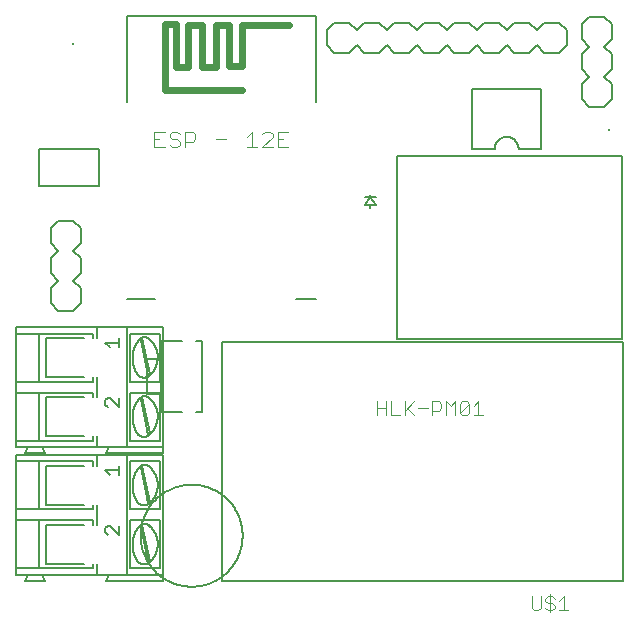
<source format=gto>
G75*
%MOIN*%
%OFA0B0*%
%FSLAX25Y25*%
%IPPOS*%
%LPD*%
%AMOC8*
5,1,8,0,0,1.08239X$1,22.5*
%
%ADD10C,0.00500*%
%ADD11C,0.02400*%
%ADD12C,0.00400*%
%ADD13C,0.00600*%
%ADD14R,0.00787X0.00787*%
%ADD15C,0.00800*%
D10*
X0042579Y0029097D02*
X0043330Y0028346D01*
X0042579Y0029097D02*
X0042579Y0030598D01*
X0043330Y0031349D01*
X0044081Y0031349D01*
X0047083Y0028346D01*
X0047083Y0031349D01*
X0047083Y0048346D02*
X0047083Y0051349D01*
X0047083Y0049847D02*
X0042579Y0049847D01*
X0044081Y0048346D01*
X0061081Y0069189D02*
X0061081Y0075094D01*
X0056554Y0075094D01*
X0056554Y0086906D01*
X0061081Y0086906D01*
X0061081Y0092811D01*
X0061278Y0092811D02*
X0067971Y0092811D01*
X0072696Y0092811D02*
X0074861Y0092811D01*
X0074861Y0069189D01*
X0072696Y0069189D01*
X0067971Y0069189D02*
X0061278Y0069189D01*
X0061081Y0075094D02*
X0061081Y0086906D01*
X0047083Y0090846D02*
X0047083Y0093849D01*
X0047083Y0092347D02*
X0042579Y0092347D01*
X0044081Y0090846D01*
X0044081Y0073849D02*
X0043330Y0073849D01*
X0042579Y0073098D01*
X0042579Y0071597D01*
X0043330Y0070846D01*
X0044081Y0073849D02*
X0047083Y0070846D01*
X0047083Y0073849D01*
X0049944Y0106917D02*
X0058999Y0106917D01*
X0081333Y0092528D02*
X0081333Y0013000D01*
X0215192Y0013000D01*
X0215192Y0092528D01*
X0081333Y0092528D01*
X0106243Y0106917D02*
X0112936Y0106917D01*
X0139932Y0093488D02*
X0139932Y0154512D01*
X0214735Y0154512D01*
X0214735Y0093488D01*
X0139932Y0093488D01*
X0130833Y0137290D02*
X0130833Y0138250D01*
X0132709Y0138250D01*
X0130833Y0140750D01*
X0130833Y0141710D01*
X0130833Y0140750D02*
X0128958Y0140750D01*
X0130833Y0140750D02*
X0128958Y0138250D01*
X0130833Y0138250D01*
X0130833Y0140750D02*
X0132709Y0140750D01*
X0112936Y0172665D02*
X0112936Y0201406D01*
X0049944Y0201406D01*
X0049944Y0172665D01*
X0040333Y0157000D02*
X0040333Y0144500D01*
X0020333Y0144500D01*
X0020333Y0157000D01*
X0040333Y0157000D01*
D11*
X0062542Y0176602D02*
X0062542Y0178965D01*
X0062542Y0179358D02*
X0062542Y0198650D01*
X0066085Y0198650D01*
X0066085Y0184083D01*
X0070022Y0184083D01*
X0070022Y0198256D01*
X0074747Y0198256D01*
X0074747Y0184083D01*
X0079471Y0184083D01*
X0079471Y0198256D01*
X0083802Y0198256D01*
X0083802Y0184476D01*
X0088133Y0184476D01*
X0088133Y0198256D01*
X0103881Y0198256D01*
X0088133Y0176602D02*
X0062542Y0176602D01*
D12*
X0062299Y0162715D02*
X0058830Y0162715D01*
X0058830Y0157511D01*
X0062299Y0157511D01*
X0063986Y0158378D02*
X0064853Y0157511D01*
X0066588Y0157511D01*
X0067456Y0158378D01*
X0067456Y0159246D01*
X0066588Y0160113D01*
X0064853Y0160113D01*
X0063986Y0160981D01*
X0063986Y0161848D01*
X0064853Y0162715D01*
X0066588Y0162715D01*
X0067456Y0161848D01*
X0069142Y0162715D02*
X0071745Y0162715D01*
X0072612Y0161848D01*
X0072612Y0160113D01*
X0071745Y0159246D01*
X0069142Y0159246D01*
X0069142Y0157511D02*
X0069142Y0162715D01*
X0060564Y0160113D02*
X0058830Y0160113D01*
X0079455Y0160113D02*
X0082925Y0160113D01*
X0089768Y0160981D02*
X0091503Y0162715D01*
X0091503Y0157511D01*
X0089768Y0157511D02*
X0093238Y0157511D01*
X0094924Y0157511D02*
X0098394Y0160981D01*
X0098394Y0161848D01*
X0097527Y0162715D01*
X0095792Y0162715D01*
X0094924Y0161848D01*
X0094924Y0157511D02*
X0098394Y0157511D01*
X0100081Y0157511D02*
X0103550Y0157511D01*
X0100081Y0157511D02*
X0100081Y0162715D01*
X0103550Y0162715D01*
X0101815Y0160113D02*
X0100081Y0160113D01*
X0133118Y0072804D02*
X0133118Y0068200D01*
X0136187Y0068200D02*
X0136187Y0072804D01*
X0137722Y0072804D02*
X0137722Y0068200D01*
X0140791Y0068200D01*
X0142325Y0068200D02*
X0142325Y0072804D01*
X0143093Y0070502D02*
X0145395Y0068200D01*
X0146929Y0070502D02*
X0149999Y0070502D01*
X0151533Y0069735D02*
X0153835Y0069735D01*
X0154603Y0070502D01*
X0154603Y0072037D01*
X0153835Y0072804D01*
X0151533Y0072804D01*
X0151533Y0068200D01*
X0156137Y0068200D02*
X0156137Y0072804D01*
X0157672Y0071269D01*
X0159206Y0072804D01*
X0159206Y0068200D01*
X0160741Y0068967D02*
X0163810Y0072037D01*
X0163810Y0068967D01*
X0163043Y0068200D01*
X0161508Y0068200D01*
X0160741Y0068967D01*
X0160741Y0072037D01*
X0161508Y0072804D01*
X0163043Y0072804D01*
X0163810Y0072037D01*
X0165345Y0071269D02*
X0166880Y0072804D01*
X0166880Y0068200D01*
X0168414Y0068200D02*
X0165345Y0068200D01*
X0145395Y0072804D02*
X0142325Y0069735D01*
X0136187Y0070502D02*
X0133118Y0070502D01*
X0190766Y0008571D02*
X0190766Y0002433D01*
X0191533Y0003200D02*
X0192301Y0003967D01*
X0192301Y0004735D01*
X0191533Y0005502D01*
X0189999Y0005502D01*
X0189231Y0006269D01*
X0189231Y0007037D01*
X0189999Y0007804D01*
X0191533Y0007804D01*
X0192301Y0007037D01*
X0193835Y0006269D02*
X0195370Y0007804D01*
X0195370Y0003200D01*
X0193835Y0003200D02*
X0196905Y0003200D01*
X0191533Y0003200D02*
X0189999Y0003200D01*
X0189231Y0003967D01*
X0187697Y0003967D02*
X0187697Y0007804D01*
X0184627Y0007804D02*
X0184627Y0003967D01*
X0185395Y0003200D01*
X0186929Y0003200D01*
X0187697Y0003967D01*
D13*
X0012833Y0015000D02*
X0012833Y0017200D01*
X0020333Y0017200D01*
X0020333Y0033200D01*
X0038333Y0033200D01*
X0038333Y0031700D01*
X0039833Y0031700D02*
X0039833Y0038400D01*
X0038333Y0038400D02*
X0038333Y0036900D01*
X0020333Y0036900D01*
X0020333Y0052900D01*
X0012833Y0052900D01*
X0012833Y0036900D01*
X0012833Y0033200D01*
X0012833Y0017200D01*
X0012833Y0015000D02*
X0016833Y0015000D01*
X0021333Y0015000D01*
X0039833Y0015000D01*
X0039833Y0018700D01*
X0038333Y0018700D02*
X0038333Y0017200D01*
X0020333Y0017200D01*
X0021333Y0015000D02*
X0022333Y0013000D01*
X0015833Y0013000D01*
X0016833Y0015000D01*
X0022833Y0018700D02*
X0022833Y0031700D01*
X0035333Y0031700D01*
X0035333Y0038400D02*
X0022833Y0038400D01*
X0022833Y0051400D01*
X0035333Y0051400D01*
X0038333Y0051400D02*
X0038333Y0052900D01*
X0020333Y0052900D01*
X0022333Y0055500D02*
X0015833Y0055500D01*
X0016833Y0057500D01*
X0021333Y0057500D01*
X0039833Y0057500D01*
X0039833Y0061200D01*
X0038333Y0061200D02*
X0038333Y0059700D01*
X0020333Y0059700D01*
X0012833Y0059700D01*
X0012833Y0057500D01*
X0016833Y0057500D01*
X0020333Y0059700D02*
X0020333Y0075700D01*
X0038333Y0075700D01*
X0038333Y0074200D01*
X0039833Y0074200D02*
X0039833Y0080900D01*
X0038333Y0080900D02*
X0038333Y0079400D01*
X0020333Y0079400D01*
X0020333Y0095400D01*
X0012833Y0095400D01*
X0012833Y0079400D01*
X0012833Y0075700D01*
X0012833Y0059700D01*
X0012833Y0055000D02*
X0039833Y0055000D01*
X0039833Y0051400D01*
X0039833Y0055000D02*
X0049833Y0055000D01*
X0061833Y0055000D01*
X0061833Y0015000D01*
X0061833Y0013000D01*
X0042833Y0013000D01*
X0043833Y0015000D01*
X0049833Y0015000D01*
X0049833Y0055000D01*
X0050833Y0052900D02*
X0060833Y0052900D01*
X0060833Y0036900D01*
X0050833Y0036900D01*
X0050833Y0052900D01*
X0054333Y0050800D02*
X0056833Y0038800D01*
X0057333Y0039300D02*
X0054833Y0051300D01*
X0053592Y0050534D02*
X0053641Y0050618D01*
X0053693Y0050699D01*
X0053748Y0050778D01*
X0053807Y0050855D01*
X0053868Y0050929D01*
X0053933Y0051001D01*
X0054001Y0051070D01*
X0054071Y0051136D01*
X0054144Y0051199D01*
X0054220Y0051259D01*
X0054298Y0051315D01*
X0054378Y0051369D01*
X0054460Y0051419D01*
X0054545Y0051466D01*
X0054631Y0051509D01*
X0054719Y0051549D01*
X0054809Y0051585D01*
X0054900Y0051617D01*
X0054992Y0051645D01*
X0055085Y0051670D01*
X0055179Y0051691D01*
X0055275Y0051707D01*
X0055370Y0051720D01*
X0055466Y0051729D01*
X0055563Y0051734D01*
X0055659Y0051735D01*
X0055756Y0051732D01*
X0055852Y0051725D01*
X0055948Y0051714D01*
X0056043Y0051699D01*
X0056138Y0051680D01*
X0056232Y0051657D01*
X0056324Y0051630D01*
X0056416Y0051600D01*
X0056506Y0051566D01*
X0056595Y0051528D01*
X0056682Y0051486D01*
X0056767Y0051441D01*
X0056851Y0051392D01*
X0056932Y0051340D01*
X0057011Y0051285D01*
X0057088Y0051226D01*
X0057162Y0051165D01*
X0057234Y0051100D01*
X0061833Y0055500D02*
X0042833Y0055500D01*
X0043833Y0057500D01*
X0049833Y0057500D01*
X0049833Y0097500D01*
X0061833Y0097500D01*
X0061833Y0057500D01*
X0061833Y0055500D01*
X0061833Y0057500D02*
X0049833Y0057500D01*
X0050833Y0059700D02*
X0050833Y0075700D01*
X0060833Y0075700D01*
X0060833Y0059700D01*
X0050833Y0059700D01*
X0053416Y0061920D02*
X0053485Y0061845D01*
X0053556Y0061773D01*
X0053630Y0061704D01*
X0053706Y0061638D01*
X0053785Y0061574D01*
X0053866Y0061514D01*
X0053949Y0061456D01*
X0054035Y0061402D01*
X0054122Y0061351D01*
X0054211Y0061303D01*
X0054303Y0061259D01*
X0054395Y0061218D01*
X0054489Y0061181D01*
X0054585Y0061147D01*
X0054681Y0061117D01*
X0054779Y0061091D01*
X0054878Y0061068D01*
X0054977Y0061049D01*
X0055077Y0061034D01*
X0055178Y0061022D01*
X0055279Y0061014D01*
X0055380Y0061011D01*
X0055481Y0061010D01*
X0055582Y0061014D01*
X0055683Y0061022D01*
X0055784Y0061033D01*
X0055884Y0061048D01*
X0055983Y0061067D01*
X0056082Y0061089D01*
X0056180Y0061116D01*
X0056277Y0061146D01*
X0056372Y0061179D01*
X0056466Y0061216D01*
X0056559Y0061257D01*
X0056650Y0061301D01*
X0056739Y0061349D01*
X0056827Y0061399D01*
X0056913Y0061453D01*
X0056996Y0061511D01*
X0057077Y0061571D01*
X0057156Y0061634D01*
X0057233Y0061701D01*
X0057333Y0062100D02*
X0054833Y0074100D01*
X0054333Y0073600D02*
X0056833Y0061600D01*
X0053549Y0061737D02*
X0053411Y0061926D01*
X0053277Y0062119D01*
X0053148Y0062315D01*
X0053024Y0062514D01*
X0052904Y0062716D01*
X0052790Y0062920D01*
X0052681Y0063128D01*
X0052577Y0063338D01*
X0052478Y0063550D01*
X0052384Y0063765D01*
X0052295Y0063982D01*
X0052212Y0064201D01*
X0052134Y0064423D01*
X0052062Y0064646D01*
X0051995Y0064870D01*
X0051934Y0065097D01*
X0051878Y0065324D01*
X0051827Y0065553D01*
X0051783Y0065784D01*
X0051744Y0066015D01*
X0051710Y0066247D01*
X0051682Y0066480D01*
X0051660Y0066713D01*
X0051644Y0066947D01*
X0051633Y0067181D01*
X0051628Y0067416D01*
X0051629Y0067650D01*
X0051636Y0067884D01*
X0051648Y0068119D01*
X0051666Y0068352D01*
X0051690Y0068586D01*
X0051719Y0068818D01*
X0051754Y0069050D01*
X0051795Y0069281D01*
X0051841Y0069511D01*
X0051893Y0069740D01*
X0051950Y0069967D01*
X0052013Y0070193D01*
X0052082Y0070417D01*
X0052156Y0070640D01*
X0052235Y0070860D01*
X0052320Y0071079D01*
X0052410Y0071295D01*
X0052505Y0071510D01*
X0052605Y0071721D01*
X0052711Y0071931D01*
X0052822Y0072137D01*
X0052937Y0072341D01*
X0053058Y0072542D01*
X0053184Y0072740D01*
X0053314Y0072935D01*
X0053449Y0073127D01*
X0053589Y0073315D01*
X0053733Y0073500D01*
X0053592Y0073334D02*
X0053641Y0073418D01*
X0053693Y0073499D01*
X0053748Y0073578D01*
X0053807Y0073655D01*
X0053868Y0073729D01*
X0053933Y0073801D01*
X0054001Y0073870D01*
X0054071Y0073936D01*
X0054144Y0073999D01*
X0054220Y0074059D01*
X0054298Y0074115D01*
X0054378Y0074169D01*
X0054460Y0074219D01*
X0054545Y0074266D01*
X0054631Y0074309D01*
X0054719Y0074349D01*
X0054809Y0074385D01*
X0054900Y0074417D01*
X0054992Y0074445D01*
X0055085Y0074470D01*
X0055179Y0074491D01*
X0055275Y0074507D01*
X0055370Y0074520D01*
X0055466Y0074529D01*
X0055563Y0074534D01*
X0055659Y0074535D01*
X0055756Y0074532D01*
X0055852Y0074525D01*
X0055948Y0074514D01*
X0056043Y0074499D01*
X0056138Y0074480D01*
X0056232Y0074457D01*
X0056324Y0074430D01*
X0056416Y0074400D01*
X0056506Y0074366D01*
X0056595Y0074328D01*
X0056682Y0074286D01*
X0056767Y0074241D01*
X0056851Y0074192D01*
X0056932Y0074140D01*
X0057011Y0074085D01*
X0057088Y0074026D01*
X0057162Y0073965D01*
X0057234Y0073900D01*
X0060833Y0079400D02*
X0050833Y0079400D01*
X0050833Y0095400D01*
X0060833Y0095400D01*
X0060833Y0079400D01*
X0057333Y0081800D02*
X0054833Y0093800D01*
X0054333Y0093300D02*
X0056833Y0081300D01*
X0057233Y0081401D02*
X0057156Y0081334D01*
X0057077Y0081271D01*
X0056996Y0081211D01*
X0056913Y0081153D01*
X0056827Y0081099D01*
X0056739Y0081049D01*
X0056650Y0081001D01*
X0056559Y0080957D01*
X0056466Y0080916D01*
X0056372Y0080879D01*
X0056277Y0080846D01*
X0056180Y0080816D01*
X0056082Y0080789D01*
X0055983Y0080767D01*
X0055884Y0080748D01*
X0055784Y0080733D01*
X0055683Y0080722D01*
X0055582Y0080714D01*
X0055481Y0080710D01*
X0055380Y0080711D01*
X0055279Y0080714D01*
X0055178Y0080722D01*
X0055077Y0080734D01*
X0054977Y0080749D01*
X0054878Y0080768D01*
X0054779Y0080791D01*
X0054681Y0080817D01*
X0054585Y0080847D01*
X0054489Y0080881D01*
X0054395Y0080918D01*
X0054303Y0080959D01*
X0054211Y0081003D01*
X0054122Y0081051D01*
X0054035Y0081102D01*
X0053949Y0081156D01*
X0053866Y0081214D01*
X0053785Y0081274D01*
X0053706Y0081338D01*
X0053630Y0081404D01*
X0053556Y0081473D01*
X0053485Y0081545D01*
X0053416Y0081620D01*
X0057250Y0081381D02*
X0057396Y0081512D01*
X0057540Y0081646D01*
X0057680Y0081784D01*
X0057817Y0081925D01*
X0057951Y0082069D01*
X0058081Y0082217D01*
X0058207Y0082367D01*
X0058329Y0082521D01*
X0058448Y0082677D01*
X0058563Y0082837D01*
X0058674Y0082999D01*
X0058782Y0083164D01*
X0058885Y0083331D01*
X0058984Y0083501D01*
X0059079Y0083673D01*
X0059169Y0083847D01*
X0059256Y0084024D01*
X0059338Y0084202D01*
X0059416Y0084383D01*
X0059489Y0084565D01*
X0059558Y0084749D01*
X0059622Y0084935D01*
X0059682Y0085122D01*
X0059738Y0085310D01*
X0059788Y0085500D01*
X0059835Y0085691D01*
X0059876Y0085883D01*
X0059913Y0086076D01*
X0059945Y0086270D01*
X0059973Y0086465D01*
X0059995Y0086660D01*
X0060013Y0086856D01*
X0060027Y0087052D01*
X0060035Y0087248D01*
X0060039Y0087445D01*
X0060038Y0087641D01*
X0060032Y0087838D01*
X0060021Y0088034D01*
X0060006Y0088230D01*
X0059986Y0088425D01*
X0059961Y0088620D01*
X0059932Y0088815D01*
X0059897Y0089008D01*
X0059859Y0089201D01*
X0059815Y0089393D01*
X0059767Y0089583D01*
X0059714Y0089772D01*
X0059657Y0089960D01*
X0059595Y0090147D01*
X0059528Y0090332D01*
X0059457Y0090515D01*
X0059382Y0090697D01*
X0059302Y0090876D01*
X0059218Y0091054D01*
X0059130Y0091230D01*
X0059038Y0091403D01*
X0058941Y0091574D01*
X0058840Y0091743D01*
X0058735Y0091909D01*
X0058626Y0092073D01*
X0058513Y0092234D01*
X0058397Y0092392D01*
X0058276Y0092547D01*
X0058152Y0092699D01*
X0058024Y0092848D01*
X0057893Y0092995D01*
X0057758Y0093137D01*
X0057619Y0093277D01*
X0057478Y0093413D01*
X0057333Y0093546D01*
X0057184Y0093675D01*
X0057033Y0093800D01*
X0057234Y0093600D02*
X0057162Y0093665D01*
X0057088Y0093726D01*
X0057011Y0093785D01*
X0056932Y0093840D01*
X0056851Y0093892D01*
X0056767Y0093941D01*
X0056682Y0093986D01*
X0056595Y0094028D01*
X0056506Y0094066D01*
X0056416Y0094100D01*
X0056324Y0094130D01*
X0056232Y0094157D01*
X0056138Y0094180D01*
X0056043Y0094199D01*
X0055948Y0094214D01*
X0055852Y0094225D01*
X0055756Y0094232D01*
X0055659Y0094235D01*
X0055563Y0094234D01*
X0055466Y0094229D01*
X0055370Y0094220D01*
X0055275Y0094207D01*
X0055179Y0094191D01*
X0055085Y0094170D01*
X0054992Y0094145D01*
X0054900Y0094117D01*
X0054809Y0094085D01*
X0054719Y0094049D01*
X0054631Y0094009D01*
X0054545Y0093966D01*
X0054460Y0093919D01*
X0054378Y0093869D01*
X0054298Y0093815D01*
X0054220Y0093759D01*
X0054144Y0093699D01*
X0054071Y0093636D01*
X0054001Y0093570D01*
X0053933Y0093501D01*
X0053868Y0093429D01*
X0053807Y0093355D01*
X0053748Y0093278D01*
X0053693Y0093199D01*
X0053641Y0093118D01*
X0053592Y0093034D01*
X0049833Y0097500D02*
X0039833Y0097500D01*
X0039833Y0093900D01*
X0038333Y0093900D02*
X0038333Y0095400D01*
X0020333Y0095400D01*
X0022833Y0093900D02*
X0035333Y0093900D01*
X0039833Y0097500D02*
X0012833Y0097500D01*
X0012833Y0095400D01*
X0022833Y0093900D02*
X0022833Y0080900D01*
X0035333Y0080900D01*
X0035333Y0074200D02*
X0022833Y0074200D01*
X0022833Y0061200D01*
X0035333Y0061200D01*
X0039833Y0057500D02*
X0043833Y0057500D01*
X0057249Y0061682D02*
X0057395Y0061812D01*
X0057539Y0061946D01*
X0057679Y0062084D01*
X0057816Y0062225D01*
X0057950Y0062369D01*
X0058079Y0062517D01*
X0058206Y0062667D01*
X0058328Y0062821D01*
X0058447Y0062977D01*
X0058562Y0063137D01*
X0058673Y0063299D01*
X0058780Y0063464D01*
X0058884Y0063631D01*
X0058983Y0063801D01*
X0059077Y0063973D01*
X0059168Y0064147D01*
X0059255Y0064324D01*
X0059337Y0064502D01*
X0059414Y0064683D01*
X0059488Y0064865D01*
X0059557Y0065049D01*
X0059621Y0065234D01*
X0059681Y0065422D01*
X0059737Y0065610D01*
X0059787Y0065800D01*
X0059834Y0065991D01*
X0059875Y0066183D01*
X0059912Y0066376D01*
X0059944Y0066570D01*
X0059972Y0066765D01*
X0059994Y0066960D01*
X0060012Y0067155D01*
X0060026Y0067351D01*
X0060034Y0067548D01*
X0060038Y0067744D01*
X0060037Y0067941D01*
X0060031Y0068137D01*
X0060020Y0068333D01*
X0060005Y0068529D01*
X0059985Y0068725D01*
X0059960Y0068920D01*
X0059931Y0069114D01*
X0059897Y0069308D01*
X0059858Y0069500D01*
X0059814Y0069692D01*
X0059766Y0069882D01*
X0059713Y0070072D01*
X0059656Y0070260D01*
X0059594Y0070446D01*
X0059527Y0070631D01*
X0059457Y0070814D01*
X0059381Y0070996D01*
X0059302Y0071175D01*
X0059218Y0071353D01*
X0059129Y0071529D01*
X0059037Y0071702D01*
X0058940Y0071873D01*
X0058839Y0072042D01*
X0058734Y0072208D01*
X0058626Y0072372D01*
X0058513Y0072533D01*
X0058396Y0072691D01*
X0058276Y0072846D01*
X0058151Y0072998D01*
X0058024Y0073147D01*
X0057892Y0073294D01*
X0057757Y0073436D01*
X0057619Y0073576D01*
X0057477Y0073712D01*
X0057332Y0073845D01*
X0057184Y0073974D01*
X0057033Y0074099D01*
X0053549Y0081437D02*
X0053410Y0081627D01*
X0053277Y0081819D01*
X0053148Y0082015D01*
X0053024Y0082214D01*
X0052904Y0082416D01*
X0052790Y0082621D01*
X0052681Y0082828D01*
X0052577Y0083038D01*
X0052478Y0083251D01*
X0052384Y0083466D01*
X0052295Y0083683D01*
X0052212Y0083902D01*
X0052134Y0084123D01*
X0052062Y0084346D01*
X0051995Y0084571D01*
X0051933Y0084797D01*
X0051878Y0085025D01*
X0051827Y0085254D01*
X0051783Y0085484D01*
X0051743Y0085715D01*
X0051710Y0085947D01*
X0051682Y0086180D01*
X0051660Y0086413D01*
X0051644Y0086647D01*
X0051633Y0086882D01*
X0051628Y0087116D01*
X0051629Y0087350D01*
X0051636Y0087585D01*
X0051648Y0087819D01*
X0051666Y0088053D01*
X0051690Y0088286D01*
X0051719Y0088519D01*
X0051754Y0088750D01*
X0051795Y0088981D01*
X0051841Y0089211D01*
X0051893Y0089440D01*
X0051950Y0089667D01*
X0052013Y0089893D01*
X0052082Y0090117D01*
X0052156Y0090340D01*
X0052235Y0090560D01*
X0052320Y0090779D01*
X0052410Y0090996D01*
X0052505Y0091210D01*
X0052606Y0091422D01*
X0052711Y0091631D01*
X0052822Y0091838D01*
X0052938Y0092042D01*
X0053058Y0092243D01*
X0053184Y0092441D01*
X0053314Y0092636D01*
X0053449Y0092827D01*
X0053589Y0093016D01*
X0053733Y0093200D01*
X0020333Y0079400D02*
X0012833Y0079400D01*
X0012833Y0075700D02*
X0020333Y0075700D01*
X0021333Y0057500D02*
X0022333Y0055500D01*
X0012833Y0055000D02*
X0012833Y0052900D01*
X0012833Y0036900D02*
X0020333Y0036900D01*
X0020333Y0033200D02*
X0012833Y0033200D01*
X0022833Y0018700D02*
X0035333Y0018700D01*
X0039833Y0015000D02*
X0043833Y0015000D01*
X0049833Y0015000D02*
X0061833Y0015000D01*
X0060833Y0017200D02*
X0050833Y0017200D01*
X0050833Y0033200D01*
X0060833Y0033200D01*
X0060833Y0017200D01*
X0057333Y0019600D02*
X0054833Y0031600D01*
X0054333Y0031100D02*
X0056833Y0019100D01*
X0057233Y0019201D02*
X0057156Y0019134D01*
X0057077Y0019071D01*
X0056996Y0019011D01*
X0056913Y0018953D01*
X0056827Y0018899D01*
X0056739Y0018849D01*
X0056650Y0018801D01*
X0056559Y0018757D01*
X0056466Y0018716D01*
X0056372Y0018679D01*
X0056277Y0018646D01*
X0056180Y0018616D01*
X0056082Y0018589D01*
X0055983Y0018567D01*
X0055884Y0018548D01*
X0055784Y0018533D01*
X0055683Y0018522D01*
X0055582Y0018514D01*
X0055481Y0018510D01*
X0055380Y0018511D01*
X0055279Y0018514D01*
X0055178Y0018522D01*
X0055077Y0018534D01*
X0054977Y0018549D01*
X0054878Y0018568D01*
X0054779Y0018591D01*
X0054681Y0018617D01*
X0054585Y0018647D01*
X0054489Y0018681D01*
X0054395Y0018718D01*
X0054303Y0018759D01*
X0054211Y0018803D01*
X0054122Y0018851D01*
X0054035Y0018902D01*
X0053949Y0018956D01*
X0053866Y0019014D01*
X0053785Y0019074D01*
X0053706Y0019138D01*
X0053630Y0019204D01*
X0053556Y0019273D01*
X0053485Y0019345D01*
X0053416Y0019420D01*
X0057249Y0019182D02*
X0057395Y0019312D01*
X0057539Y0019446D01*
X0057679Y0019584D01*
X0057816Y0019725D01*
X0057950Y0019869D01*
X0058079Y0020017D01*
X0058206Y0020167D01*
X0058328Y0020321D01*
X0058447Y0020477D01*
X0058562Y0020637D01*
X0058673Y0020799D01*
X0058780Y0020964D01*
X0058884Y0021131D01*
X0058983Y0021301D01*
X0059077Y0021473D01*
X0059168Y0021647D01*
X0059255Y0021824D01*
X0059337Y0022002D01*
X0059414Y0022183D01*
X0059488Y0022365D01*
X0059557Y0022549D01*
X0059621Y0022734D01*
X0059681Y0022922D01*
X0059737Y0023110D01*
X0059787Y0023300D01*
X0059834Y0023491D01*
X0059875Y0023683D01*
X0059912Y0023876D01*
X0059944Y0024070D01*
X0059972Y0024265D01*
X0059994Y0024460D01*
X0060012Y0024655D01*
X0060026Y0024851D01*
X0060034Y0025048D01*
X0060038Y0025244D01*
X0060037Y0025441D01*
X0060031Y0025637D01*
X0060020Y0025833D01*
X0060005Y0026029D01*
X0059985Y0026225D01*
X0059960Y0026420D01*
X0059931Y0026614D01*
X0059897Y0026808D01*
X0059858Y0027000D01*
X0059814Y0027192D01*
X0059766Y0027382D01*
X0059713Y0027572D01*
X0059656Y0027760D01*
X0059594Y0027946D01*
X0059527Y0028131D01*
X0059457Y0028314D01*
X0059381Y0028496D01*
X0059302Y0028675D01*
X0059218Y0028853D01*
X0059129Y0029029D01*
X0059037Y0029202D01*
X0058940Y0029373D01*
X0058839Y0029542D01*
X0058734Y0029708D01*
X0058626Y0029872D01*
X0058513Y0030033D01*
X0058396Y0030191D01*
X0058276Y0030346D01*
X0058151Y0030498D01*
X0058024Y0030647D01*
X0057892Y0030794D01*
X0057757Y0030936D01*
X0057619Y0031076D01*
X0057477Y0031212D01*
X0057332Y0031345D01*
X0057184Y0031474D01*
X0057033Y0031599D01*
X0057234Y0031400D02*
X0057162Y0031465D01*
X0057088Y0031526D01*
X0057011Y0031585D01*
X0056932Y0031640D01*
X0056851Y0031692D01*
X0056767Y0031741D01*
X0056682Y0031786D01*
X0056595Y0031828D01*
X0056506Y0031866D01*
X0056416Y0031900D01*
X0056324Y0031930D01*
X0056232Y0031957D01*
X0056138Y0031980D01*
X0056043Y0031999D01*
X0055948Y0032014D01*
X0055852Y0032025D01*
X0055756Y0032032D01*
X0055659Y0032035D01*
X0055563Y0032034D01*
X0055466Y0032029D01*
X0055370Y0032020D01*
X0055275Y0032007D01*
X0055179Y0031991D01*
X0055085Y0031970D01*
X0054992Y0031945D01*
X0054900Y0031917D01*
X0054809Y0031885D01*
X0054719Y0031849D01*
X0054631Y0031809D01*
X0054545Y0031766D01*
X0054460Y0031719D01*
X0054378Y0031669D01*
X0054298Y0031615D01*
X0054220Y0031559D01*
X0054144Y0031499D01*
X0054071Y0031436D01*
X0054001Y0031370D01*
X0053933Y0031301D01*
X0053868Y0031229D01*
X0053807Y0031155D01*
X0053748Y0031078D01*
X0053693Y0030999D01*
X0053641Y0030918D01*
X0053592Y0030834D01*
X0053733Y0031000D02*
X0053589Y0030815D01*
X0053449Y0030627D01*
X0053314Y0030435D01*
X0053184Y0030240D01*
X0053058Y0030042D01*
X0052937Y0029841D01*
X0052822Y0029637D01*
X0052711Y0029431D01*
X0052605Y0029221D01*
X0052505Y0029010D01*
X0052410Y0028795D01*
X0052320Y0028579D01*
X0052235Y0028360D01*
X0052156Y0028140D01*
X0052082Y0027917D01*
X0052013Y0027693D01*
X0051950Y0027467D01*
X0051893Y0027240D01*
X0051841Y0027011D01*
X0051795Y0026781D01*
X0051754Y0026550D01*
X0051719Y0026318D01*
X0051690Y0026086D01*
X0051666Y0025852D01*
X0051648Y0025619D01*
X0051636Y0025384D01*
X0051629Y0025150D01*
X0051628Y0024916D01*
X0051633Y0024681D01*
X0051644Y0024447D01*
X0051660Y0024213D01*
X0051682Y0023980D01*
X0051710Y0023747D01*
X0051744Y0023515D01*
X0051783Y0023284D01*
X0051827Y0023053D01*
X0051878Y0022824D01*
X0051934Y0022597D01*
X0051995Y0022370D01*
X0052062Y0022146D01*
X0052134Y0021923D01*
X0052212Y0021701D01*
X0052295Y0021482D01*
X0052384Y0021265D01*
X0052478Y0021050D01*
X0052577Y0020838D01*
X0052681Y0020628D01*
X0052790Y0020420D01*
X0052904Y0020216D01*
X0053024Y0020014D01*
X0053148Y0019815D01*
X0053277Y0019619D01*
X0053411Y0019426D01*
X0053549Y0019237D01*
X0054333Y0028000D02*
X0054338Y0028417D01*
X0054353Y0028834D01*
X0054379Y0029251D01*
X0054415Y0029666D01*
X0054461Y0030081D01*
X0054517Y0030494D01*
X0054583Y0030906D01*
X0054660Y0031317D01*
X0054746Y0031725D01*
X0054842Y0032131D01*
X0054949Y0032534D01*
X0055065Y0032935D01*
X0055191Y0033333D01*
X0055327Y0033727D01*
X0055472Y0034118D01*
X0055627Y0034506D01*
X0055791Y0034889D01*
X0055965Y0035268D01*
X0056148Y0035643D01*
X0056340Y0036014D01*
X0056542Y0036379D01*
X0056752Y0036740D01*
X0056970Y0037095D01*
X0057198Y0037445D01*
X0057434Y0037789D01*
X0057678Y0038127D01*
X0057931Y0038459D01*
X0058192Y0038785D01*
X0058460Y0039104D01*
X0058737Y0039417D01*
X0059021Y0039722D01*
X0059312Y0040021D01*
X0059611Y0040312D01*
X0059916Y0040596D01*
X0060229Y0040873D01*
X0060548Y0041141D01*
X0060874Y0041402D01*
X0061206Y0041655D01*
X0061544Y0041899D01*
X0061888Y0042135D01*
X0062238Y0042363D01*
X0062593Y0042581D01*
X0062954Y0042791D01*
X0063319Y0042993D01*
X0063690Y0043185D01*
X0064065Y0043368D01*
X0064444Y0043542D01*
X0064827Y0043706D01*
X0065215Y0043861D01*
X0065606Y0044006D01*
X0066000Y0044142D01*
X0066398Y0044268D01*
X0066799Y0044384D01*
X0067202Y0044491D01*
X0067608Y0044587D01*
X0068016Y0044673D01*
X0068427Y0044750D01*
X0068839Y0044816D01*
X0069252Y0044872D01*
X0069667Y0044918D01*
X0070082Y0044954D01*
X0070499Y0044980D01*
X0070916Y0044995D01*
X0071333Y0045000D01*
X0071750Y0044995D01*
X0072167Y0044980D01*
X0072584Y0044954D01*
X0072999Y0044918D01*
X0073414Y0044872D01*
X0073827Y0044816D01*
X0074239Y0044750D01*
X0074650Y0044673D01*
X0075058Y0044587D01*
X0075464Y0044491D01*
X0075867Y0044384D01*
X0076268Y0044268D01*
X0076666Y0044142D01*
X0077060Y0044006D01*
X0077451Y0043861D01*
X0077839Y0043706D01*
X0078222Y0043542D01*
X0078601Y0043368D01*
X0078976Y0043185D01*
X0079347Y0042993D01*
X0079712Y0042791D01*
X0080073Y0042581D01*
X0080428Y0042363D01*
X0080778Y0042135D01*
X0081122Y0041899D01*
X0081460Y0041655D01*
X0081792Y0041402D01*
X0082118Y0041141D01*
X0082437Y0040873D01*
X0082750Y0040596D01*
X0083055Y0040312D01*
X0083354Y0040021D01*
X0083645Y0039722D01*
X0083929Y0039417D01*
X0084206Y0039104D01*
X0084474Y0038785D01*
X0084735Y0038459D01*
X0084988Y0038127D01*
X0085232Y0037789D01*
X0085468Y0037445D01*
X0085696Y0037095D01*
X0085914Y0036740D01*
X0086124Y0036379D01*
X0086326Y0036014D01*
X0086518Y0035643D01*
X0086701Y0035268D01*
X0086875Y0034889D01*
X0087039Y0034506D01*
X0087194Y0034118D01*
X0087339Y0033727D01*
X0087475Y0033333D01*
X0087601Y0032935D01*
X0087717Y0032534D01*
X0087824Y0032131D01*
X0087920Y0031725D01*
X0088006Y0031317D01*
X0088083Y0030906D01*
X0088149Y0030494D01*
X0088205Y0030081D01*
X0088251Y0029666D01*
X0088287Y0029251D01*
X0088313Y0028834D01*
X0088328Y0028417D01*
X0088333Y0028000D01*
X0088328Y0027583D01*
X0088313Y0027166D01*
X0088287Y0026749D01*
X0088251Y0026334D01*
X0088205Y0025919D01*
X0088149Y0025506D01*
X0088083Y0025094D01*
X0088006Y0024683D01*
X0087920Y0024275D01*
X0087824Y0023869D01*
X0087717Y0023466D01*
X0087601Y0023065D01*
X0087475Y0022667D01*
X0087339Y0022273D01*
X0087194Y0021882D01*
X0087039Y0021494D01*
X0086875Y0021111D01*
X0086701Y0020732D01*
X0086518Y0020357D01*
X0086326Y0019986D01*
X0086124Y0019621D01*
X0085914Y0019260D01*
X0085696Y0018905D01*
X0085468Y0018555D01*
X0085232Y0018211D01*
X0084988Y0017873D01*
X0084735Y0017541D01*
X0084474Y0017215D01*
X0084206Y0016896D01*
X0083929Y0016583D01*
X0083645Y0016278D01*
X0083354Y0015979D01*
X0083055Y0015688D01*
X0082750Y0015404D01*
X0082437Y0015127D01*
X0082118Y0014859D01*
X0081792Y0014598D01*
X0081460Y0014345D01*
X0081122Y0014101D01*
X0080778Y0013865D01*
X0080428Y0013637D01*
X0080073Y0013419D01*
X0079712Y0013209D01*
X0079347Y0013007D01*
X0078976Y0012815D01*
X0078601Y0012632D01*
X0078222Y0012458D01*
X0077839Y0012294D01*
X0077451Y0012139D01*
X0077060Y0011994D01*
X0076666Y0011858D01*
X0076268Y0011732D01*
X0075867Y0011616D01*
X0075464Y0011509D01*
X0075058Y0011413D01*
X0074650Y0011327D01*
X0074239Y0011250D01*
X0073827Y0011184D01*
X0073414Y0011128D01*
X0072999Y0011082D01*
X0072584Y0011046D01*
X0072167Y0011020D01*
X0071750Y0011005D01*
X0071333Y0011000D01*
X0070916Y0011005D01*
X0070499Y0011020D01*
X0070082Y0011046D01*
X0069667Y0011082D01*
X0069252Y0011128D01*
X0068839Y0011184D01*
X0068427Y0011250D01*
X0068016Y0011327D01*
X0067608Y0011413D01*
X0067202Y0011509D01*
X0066799Y0011616D01*
X0066398Y0011732D01*
X0066000Y0011858D01*
X0065606Y0011994D01*
X0065215Y0012139D01*
X0064827Y0012294D01*
X0064444Y0012458D01*
X0064065Y0012632D01*
X0063690Y0012815D01*
X0063319Y0013007D01*
X0062954Y0013209D01*
X0062593Y0013419D01*
X0062238Y0013637D01*
X0061888Y0013865D01*
X0061544Y0014101D01*
X0061206Y0014345D01*
X0060874Y0014598D01*
X0060548Y0014859D01*
X0060229Y0015127D01*
X0059916Y0015404D01*
X0059611Y0015688D01*
X0059312Y0015979D01*
X0059021Y0016278D01*
X0058737Y0016583D01*
X0058460Y0016896D01*
X0058192Y0017215D01*
X0057931Y0017541D01*
X0057678Y0017873D01*
X0057434Y0018211D01*
X0057198Y0018555D01*
X0056970Y0018905D01*
X0056752Y0019260D01*
X0056542Y0019621D01*
X0056340Y0019986D01*
X0056148Y0020357D01*
X0055965Y0020732D01*
X0055791Y0021111D01*
X0055627Y0021494D01*
X0055472Y0021882D01*
X0055327Y0022273D01*
X0055191Y0022667D01*
X0055065Y0023065D01*
X0054949Y0023466D01*
X0054842Y0023869D01*
X0054746Y0024275D01*
X0054660Y0024683D01*
X0054583Y0025094D01*
X0054517Y0025506D01*
X0054461Y0025919D01*
X0054415Y0026334D01*
X0054379Y0026749D01*
X0054353Y0027166D01*
X0054338Y0027583D01*
X0054333Y0028000D01*
X0053416Y0039120D02*
X0053485Y0039045D01*
X0053556Y0038973D01*
X0053630Y0038904D01*
X0053706Y0038838D01*
X0053785Y0038774D01*
X0053866Y0038714D01*
X0053949Y0038656D01*
X0054035Y0038602D01*
X0054122Y0038551D01*
X0054211Y0038503D01*
X0054303Y0038459D01*
X0054395Y0038418D01*
X0054489Y0038381D01*
X0054585Y0038347D01*
X0054681Y0038317D01*
X0054779Y0038291D01*
X0054878Y0038268D01*
X0054977Y0038249D01*
X0055077Y0038234D01*
X0055178Y0038222D01*
X0055279Y0038214D01*
X0055380Y0038211D01*
X0055481Y0038210D01*
X0055582Y0038214D01*
X0055683Y0038222D01*
X0055784Y0038233D01*
X0055884Y0038248D01*
X0055983Y0038267D01*
X0056082Y0038289D01*
X0056180Y0038316D01*
X0056277Y0038346D01*
X0056372Y0038379D01*
X0056466Y0038416D01*
X0056559Y0038457D01*
X0056650Y0038501D01*
X0056739Y0038549D01*
X0056827Y0038599D01*
X0056913Y0038653D01*
X0056996Y0038711D01*
X0057077Y0038771D01*
X0057156Y0038834D01*
X0057233Y0038901D01*
X0053549Y0038937D02*
X0053410Y0039127D01*
X0053277Y0039319D01*
X0053148Y0039515D01*
X0053024Y0039714D01*
X0052904Y0039916D01*
X0052790Y0040121D01*
X0052681Y0040328D01*
X0052577Y0040538D01*
X0052478Y0040751D01*
X0052384Y0040966D01*
X0052295Y0041183D01*
X0052212Y0041402D01*
X0052134Y0041623D01*
X0052062Y0041846D01*
X0051995Y0042071D01*
X0051933Y0042297D01*
X0051878Y0042525D01*
X0051827Y0042754D01*
X0051783Y0042984D01*
X0051743Y0043215D01*
X0051710Y0043447D01*
X0051682Y0043680D01*
X0051660Y0043913D01*
X0051644Y0044147D01*
X0051633Y0044382D01*
X0051628Y0044616D01*
X0051629Y0044850D01*
X0051636Y0045085D01*
X0051648Y0045319D01*
X0051666Y0045553D01*
X0051690Y0045786D01*
X0051719Y0046019D01*
X0051754Y0046250D01*
X0051795Y0046481D01*
X0051841Y0046711D01*
X0051893Y0046940D01*
X0051950Y0047167D01*
X0052013Y0047393D01*
X0052082Y0047617D01*
X0052156Y0047840D01*
X0052235Y0048060D01*
X0052320Y0048279D01*
X0052410Y0048496D01*
X0052505Y0048710D01*
X0052606Y0048922D01*
X0052711Y0049131D01*
X0052822Y0049338D01*
X0052938Y0049542D01*
X0053058Y0049743D01*
X0053184Y0049941D01*
X0053314Y0050136D01*
X0053449Y0050327D01*
X0053589Y0050516D01*
X0053733Y0050700D01*
X0057033Y0051300D02*
X0057184Y0051175D01*
X0057333Y0051046D01*
X0057478Y0050913D01*
X0057619Y0050777D01*
X0057758Y0050637D01*
X0057893Y0050495D01*
X0058024Y0050348D01*
X0058152Y0050199D01*
X0058276Y0050047D01*
X0058397Y0049892D01*
X0058513Y0049734D01*
X0058626Y0049573D01*
X0058735Y0049409D01*
X0058840Y0049243D01*
X0058941Y0049074D01*
X0059038Y0048903D01*
X0059130Y0048730D01*
X0059218Y0048554D01*
X0059302Y0048376D01*
X0059382Y0048197D01*
X0059457Y0048015D01*
X0059528Y0047832D01*
X0059595Y0047647D01*
X0059657Y0047460D01*
X0059714Y0047272D01*
X0059767Y0047083D01*
X0059815Y0046893D01*
X0059859Y0046701D01*
X0059897Y0046508D01*
X0059932Y0046315D01*
X0059961Y0046120D01*
X0059986Y0045925D01*
X0060006Y0045730D01*
X0060021Y0045534D01*
X0060032Y0045338D01*
X0060038Y0045141D01*
X0060039Y0044945D01*
X0060035Y0044748D01*
X0060027Y0044552D01*
X0060013Y0044356D01*
X0059995Y0044160D01*
X0059973Y0043965D01*
X0059945Y0043770D01*
X0059913Y0043576D01*
X0059876Y0043383D01*
X0059835Y0043191D01*
X0059788Y0043000D01*
X0059738Y0042810D01*
X0059682Y0042622D01*
X0059622Y0042435D01*
X0059558Y0042249D01*
X0059489Y0042065D01*
X0059416Y0041883D01*
X0059338Y0041702D01*
X0059256Y0041524D01*
X0059169Y0041347D01*
X0059079Y0041173D01*
X0058984Y0041001D01*
X0058885Y0040831D01*
X0058782Y0040664D01*
X0058674Y0040499D01*
X0058563Y0040337D01*
X0058448Y0040177D01*
X0058329Y0040021D01*
X0058207Y0039867D01*
X0058081Y0039717D01*
X0057951Y0039569D01*
X0057817Y0039425D01*
X0057680Y0039284D01*
X0057540Y0039146D01*
X0057396Y0039012D01*
X0057250Y0038881D01*
X0164833Y0157000D02*
X0172333Y0157000D01*
X0172335Y0157126D01*
X0172341Y0157251D01*
X0172351Y0157376D01*
X0172365Y0157501D01*
X0172382Y0157626D01*
X0172404Y0157750D01*
X0172429Y0157873D01*
X0172459Y0157995D01*
X0172492Y0158116D01*
X0172529Y0158236D01*
X0172569Y0158355D01*
X0172614Y0158472D01*
X0172662Y0158589D01*
X0172714Y0158703D01*
X0172769Y0158816D01*
X0172828Y0158927D01*
X0172890Y0159036D01*
X0172956Y0159143D01*
X0173025Y0159248D01*
X0173097Y0159351D01*
X0173172Y0159452D01*
X0173251Y0159550D01*
X0173333Y0159645D01*
X0173417Y0159738D01*
X0173505Y0159828D01*
X0173595Y0159916D01*
X0173688Y0160000D01*
X0173783Y0160082D01*
X0173881Y0160161D01*
X0173982Y0160236D01*
X0174085Y0160308D01*
X0174190Y0160377D01*
X0174297Y0160443D01*
X0174406Y0160505D01*
X0174517Y0160564D01*
X0174630Y0160619D01*
X0174744Y0160671D01*
X0174861Y0160719D01*
X0174978Y0160764D01*
X0175097Y0160804D01*
X0175217Y0160841D01*
X0175338Y0160874D01*
X0175460Y0160904D01*
X0175583Y0160929D01*
X0175707Y0160951D01*
X0175832Y0160968D01*
X0175957Y0160982D01*
X0176082Y0160992D01*
X0176207Y0160998D01*
X0176333Y0161000D01*
X0176459Y0160998D01*
X0176584Y0160992D01*
X0176709Y0160982D01*
X0176834Y0160968D01*
X0176959Y0160951D01*
X0177083Y0160929D01*
X0177206Y0160904D01*
X0177328Y0160874D01*
X0177449Y0160841D01*
X0177569Y0160804D01*
X0177688Y0160764D01*
X0177805Y0160719D01*
X0177922Y0160671D01*
X0178036Y0160619D01*
X0178149Y0160564D01*
X0178260Y0160505D01*
X0178369Y0160443D01*
X0178476Y0160377D01*
X0178581Y0160308D01*
X0178684Y0160236D01*
X0178785Y0160161D01*
X0178883Y0160082D01*
X0178978Y0160000D01*
X0179071Y0159916D01*
X0179161Y0159828D01*
X0179249Y0159738D01*
X0179333Y0159645D01*
X0179415Y0159550D01*
X0179494Y0159452D01*
X0179569Y0159351D01*
X0179641Y0159248D01*
X0179710Y0159143D01*
X0179776Y0159036D01*
X0179838Y0158927D01*
X0179897Y0158816D01*
X0179952Y0158703D01*
X0180004Y0158589D01*
X0180052Y0158472D01*
X0180097Y0158355D01*
X0180137Y0158236D01*
X0180174Y0158116D01*
X0180207Y0157995D01*
X0180237Y0157873D01*
X0180262Y0157750D01*
X0180284Y0157626D01*
X0180301Y0157501D01*
X0180315Y0157376D01*
X0180325Y0157251D01*
X0180331Y0157126D01*
X0180333Y0157000D01*
X0187833Y0157000D01*
X0187833Y0177000D01*
X0164833Y0177000D01*
X0164833Y0157000D01*
D14*
X0210333Y0163394D03*
X0031727Y0192000D03*
D15*
X0031833Y0133000D02*
X0026833Y0133000D01*
X0024333Y0130500D01*
X0024333Y0125500D01*
X0026833Y0123000D01*
X0024333Y0120500D01*
X0024333Y0115500D01*
X0026833Y0113000D01*
X0024333Y0110500D01*
X0024333Y0105500D01*
X0026833Y0103000D01*
X0031833Y0103000D01*
X0034333Y0105500D01*
X0034333Y0110500D01*
X0031833Y0113000D01*
X0034333Y0115500D01*
X0034333Y0120500D01*
X0031833Y0123000D01*
X0034333Y0125500D01*
X0034333Y0130500D01*
X0031833Y0133000D01*
X0116333Y0191500D02*
X0118833Y0189000D01*
X0123833Y0189000D01*
X0126333Y0191500D01*
X0128833Y0189000D01*
X0133833Y0189000D01*
X0136333Y0191500D01*
X0138833Y0189000D01*
X0143833Y0189000D01*
X0146333Y0191500D01*
X0148833Y0189000D01*
X0153833Y0189000D01*
X0156333Y0191500D01*
X0158833Y0189000D01*
X0163833Y0189000D01*
X0166333Y0191500D01*
X0168833Y0189000D01*
X0173833Y0189000D01*
X0176333Y0191500D01*
X0178833Y0189000D01*
X0183833Y0189000D01*
X0186333Y0191500D01*
X0188833Y0189000D01*
X0193833Y0189000D01*
X0196333Y0191500D01*
X0196333Y0196500D01*
X0193833Y0199000D01*
X0188833Y0199000D01*
X0186333Y0196500D01*
X0183833Y0199000D01*
X0178833Y0199000D01*
X0176333Y0196500D01*
X0173833Y0199000D01*
X0168833Y0199000D01*
X0166333Y0196500D01*
X0163833Y0199000D01*
X0158833Y0199000D01*
X0156333Y0196500D01*
X0153833Y0199000D01*
X0148833Y0199000D01*
X0146333Y0196500D01*
X0143833Y0199000D01*
X0138833Y0199000D01*
X0136333Y0196500D01*
X0133833Y0199000D01*
X0128833Y0199000D01*
X0126333Y0196500D01*
X0123833Y0199000D01*
X0118833Y0199000D01*
X0116333Y0196500D01*
X0116333Y0191500D01*
X0201333Y0193500D02*
X0201333Y0198500D01*
X0203833Y0201000D01*
X0208833Y0201000D01*
X0211333Y0198500D01*
X0211333Y0193500D01*
X0208833Y0191000D01*
X0211333Y0188500D01*
X0211333Y0183500D01*
X0208833Y0181000D01*
X0211333Y0178500D01*
X0211333Y0173500D01*
X0208833Y0171000D01*
X0203833Y0171000D01*
X0201333Y0173500D01*
X0201333Y0178500D01*
X0203833Y0181000D01*
X0201333Y0183500D01*
X0201333Y0188500D01*
X0203833Y0191000D01*
X0201333Y0193500D01*
M02*

</source>
